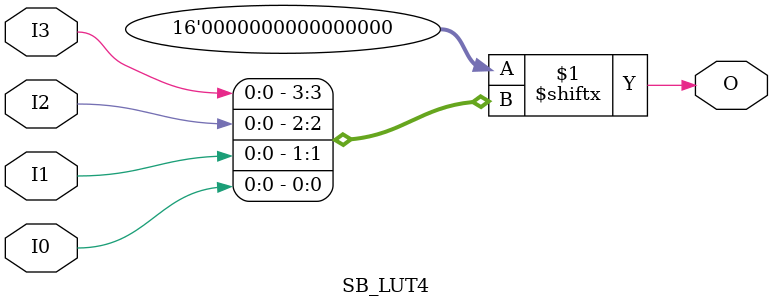
<source format=v>

module SB_LUT4 #(parameter [15:0] LUT_INIT = 16'h0000) (
    input I0, I1, I2, I3,
    output O
);
    assign O = LUT_INIT[{I3, I2, I1, I0}];
endmodule

</source>
